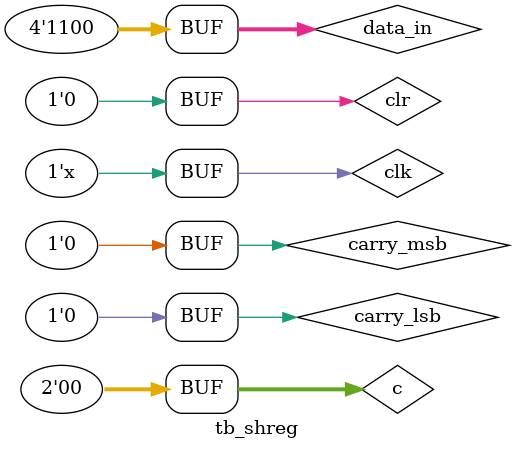
<source format=v>
`timescale 1ns / 1ps
module tb_shreg;
// Inputs
   reg carry_msb;
   reg [1:0] c;
   reg [3:0] data_in;
   reg clr;
   reg clk;
   reg carry_lsb;
   // Output
   wire [3:0] data_out;
   // Instantiate the UUT
   shreg UUT (
        .carry_msb(carry_msb), 
        .c(c), 
        .data_in(data_in), 
        .data_out(data_out), 
        .clr(clr), .clk(clk), 
        .carry_lsb(carry_lsb)
   );
   // Initialize Inputs
   always #50 clk = ~clk;
   initial begin
        carry_msb = 0;
        c=2'b00;
        data_in = 4'b1100;
        clr = 1;
        clk = 0;
        carry_lsb = 0;
        #100;	clr = 0;
        #100;   c = 2'b11;
        #100;	c = 2'b00;
        #100;	c = 2'b01;
        #200;	c = 2'b00; 
        #100;	c = 2'b10;
        #200;	c = 2'b00; 
        #100;
   end
endmodule

</source>
